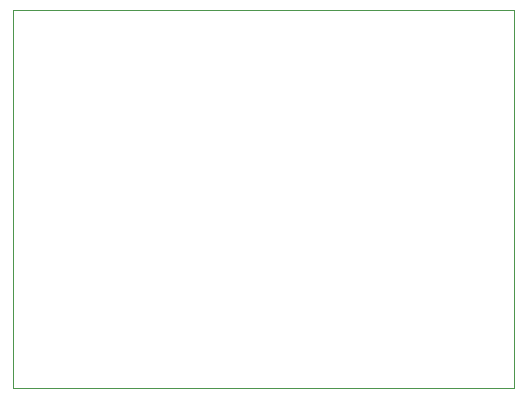
<source format=gbr>
G04 (created by PCBNEW (2013-may-18)-stable) date Mon Sep 19 14:24:48 2016*
%MOIN*%
G04 Gerber Fmt 3.4, Leading zero omitted, Abs format*
%FSLAX34Y34*%
G01*
G70*
G90*
G04 APERTURE LIST*
%ADD10C,0.00590551*%
%ADD11C,0.00393701*%
G04 APERTURE END LIST*
G54D10*
G54D11*
X25059Y-14566D02*
X25059Y-14586D01*
X8366Y-14566D02*
X25059Y-14566D01*
X8366Y-14586D02*
X8366Y-14566D01*
X8366Y-22814D02*
X8366Y-14586D01*
X25059Y-27165D02*
X25059Y-14566D01*
X8366Y-27165D02*
X25059Y-27165D01*
X8366Y-22814D02*
X8366Y-27165D01*
M02*

</source>
